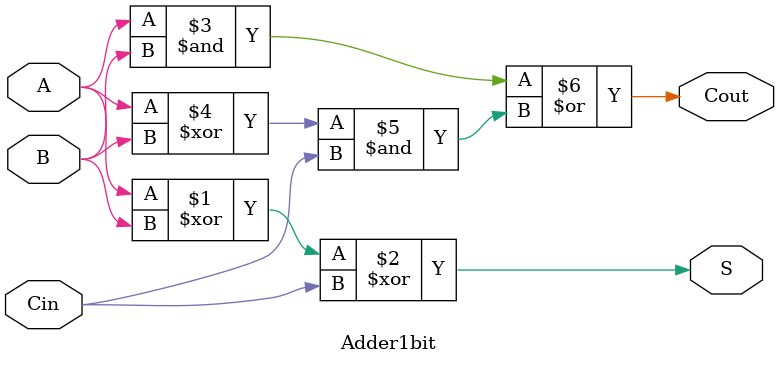
<source format=v>
module Adder1bit(
    input A,
    input B,
    input Cin,
    output S,
    output Cout
);
assign S = A^B^Cin;
assign Cout = (A & B) | (A ^ B) & Cin;
endmodule
</source>
